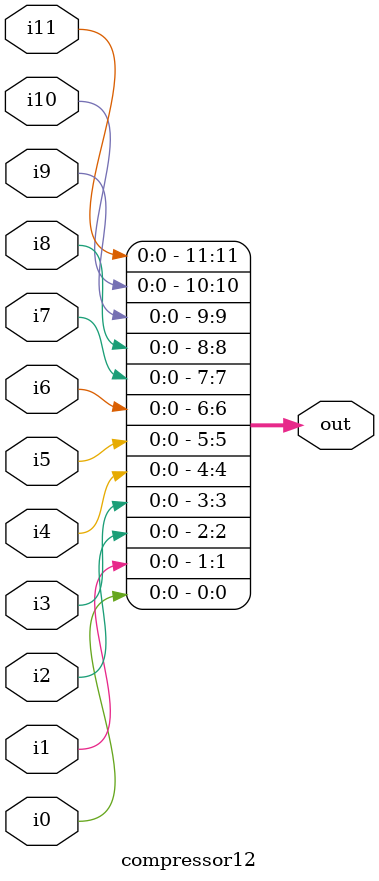
<source format=v>
`timescale 1ns / 1ps
module compressor12(
	i0,i1,i2,i3,i4,
	i5,i6,i7,i8,i9,
	i10,i11,out
    );
	input i0;
	input i1;
	input i2;
	input i3;
	input i4;
	input i5;
	input i6;
	input i7;
	input i8;
	input i9;
	input i10;
	input i11;
	output [11:0]out;

	assign out[0] = i0;
	assign out[1] = i1;
	assign out[2] = i2;
	assign out[3] = i3;
	assign out[4] = i4;
	assign out[5] = i5;
	assign out[6] = i6;
	assign out[7] = i7;
	assign out[8] = i8;
	assign out[9] = i9;
	assign out[10] = i10;
	assign out[11] = i11;

endmodule

</source>
